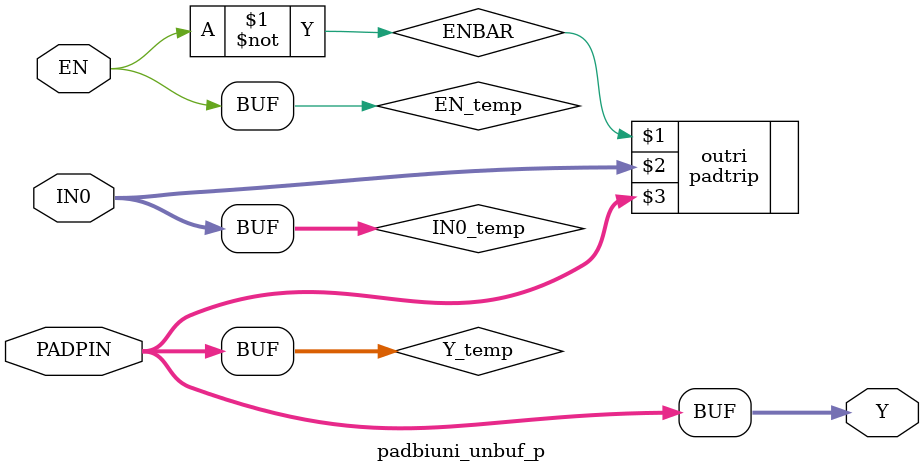
<source format=v>
module padbiuni_unbuf_p(EN,IN0,PADPIN,Y);
  parameter M = 7;
  parameter N = 0;
  parameter SLIM_FLAG = 0;
  parameter OUTDRIVE = "4MA";
  parameter
        d_EN_r = 0,
        d_EN_f = 0,
        d_IN0 = 0,
        d_PADPIN = 1,
        d_Y = 1;
  input  EN;
  input [M:N] IN0;
  inout [M:N] PADPIN;
  output [M:N] Y;
  wire  EN_temp;
  wire [M:N] IN0_temp;
  wire [M:N] PADPIN_temp;
  wire [M:N] Y_temp;
  wire  ENBAR;
  assign #(d_EN_r,d_EN_f) EN_temp = EN;
  assign #(d_IN0) IN0_temp = IN0;
  assign #(d_Y) Y = Y_temp;
  assign
    Y_temp = PADPIN;
  assign
    ENBAR = ( ~ EN_temp);
  padtrip #(M,N,"None") outri (ENBAR,IN0_temp,PADPIN);
endmodule

</source>
